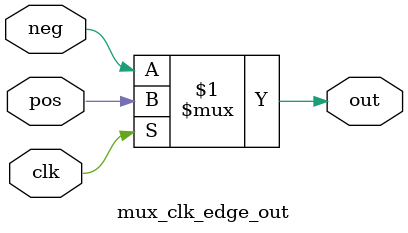
<source format=v>
`default_nettype none

`include "global.vh"
`include "config.vh"	// mulu_m7q7.vh

module mux_clk_edge_out #(
    parameter	WIDTH = 1
) (
    input				clk,
    input	[WIDTH-1:0]		neg,
    input	[WIDTH-1:0]		pos,
    output reg 	[WIDTH-1:0]		out
);

`ifdef FOO

  always@(posedge clk) 
    out <= pos;

  always@(negedge clk) 
    out <= neg;

`else

//  reg [WIDTH-1:0] foo;
//  reg [WIDTH-1:0] foop;
//  always @(posedge clk)
//    foop <= pos;
//
//  always @(negedge clk)
//    foo <= neg;

//  always_comb begin
//     out = clk ? 7'b1010101 : 7'b0101010;
//  end

  assign out = clk ? pos : neg;

//  assign out = clk ? 7'b1110001 : 7'b0001110;

`endif

endmodule

</source>
